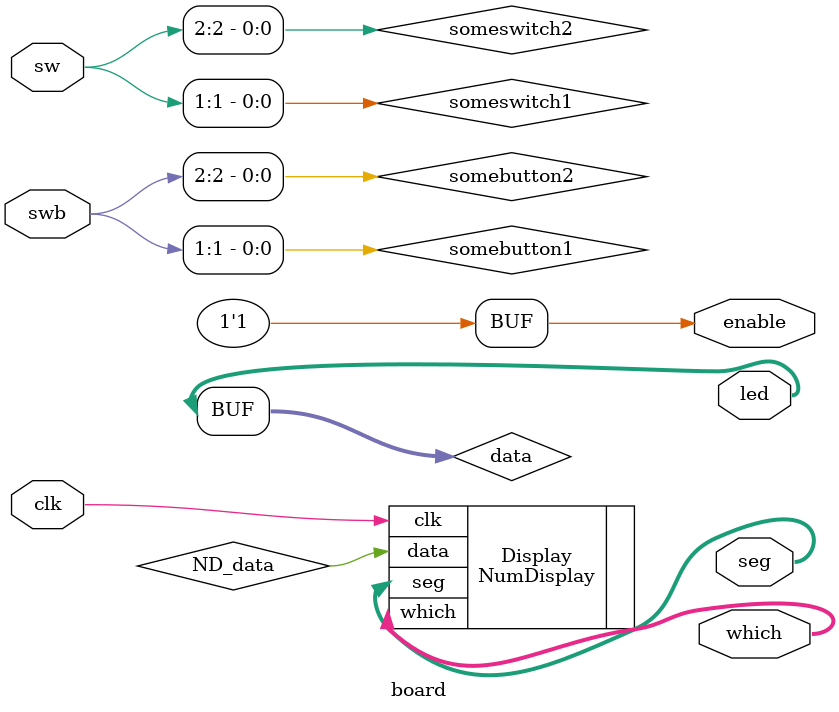
<source format=v>
`timescale 1ns / 1ps

module board(
    input [1:32] sw,
    input [1:6] swb,
    input clk,
    output [2:0] which,
    output [7:0] seg,
    output reg enable=1,
    output [1:32] led
    );
    wire [1:32] data;
    reg somebutton1, somebutton2;
    reg someswitch1, someswitch2;

    always @* begin
        somebutton1 = swb[1];
        somebutton2 = swb[2];
        someswitch1 = sw[1];
        someswitch2 = sw[2];
    end

    NumDisplay Display(.clk(clk), .data(ND_data), .which(which), .seg(seg));
    assign led = data;

endmodule

</source>
